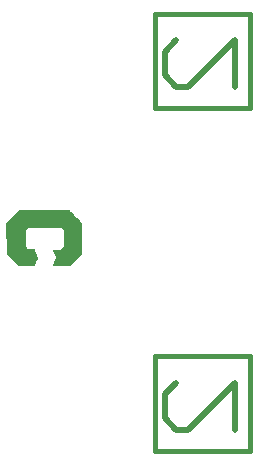
<source format=gbo>
G75*
G70*
%OFA0B0*%
%FSLAX24Y24*%
%IPPOS*%
%LPD*%
%AMOC8*
5,1,8,0,0,1.08239X$1,22.5*
%
%ADD10C,0.0200*%
%ADD11C,0.0160*%
%ADD12C,0.0020*%
D10*
X029402Y002020D02*
X029402Y002800D01*
X029793Y003191D01*
X030183Y001629D02*
X031744Y003191D01*
X031744Y001629D01*
X030183Y001629D02*
X029793Y001629D01*
X029402Y002020D01*
X029793Y013047D02*
X029402Y013437D01*
X029402Y014218D01*
X029793Y014608D01*
X030183Y013047D02*
X031744Y014608D01*
X031744Y013047D01*
X030183Y013047D02*
X029793Y013047D01*
D11*
X029089Y012346D02*
X032238Y012346D01*
X032238Y015495D01*
X029089Y015495D01*
X029089Y012346D01*
X029089Y004078D02*
X032238Y004078D01*
X032238Y000929D01*
X029089Y000929D01*
X029089Y004078D01*
D12*
X024541Y007098D02*
X024132Y007507D01*
X024128Y008519D01*
X024545Y008940D01*
X026214Y008936D01*
X026214Y008921D01*
X026608Y008527D01*
X026620Y007503D01*
X026218Y007102D01*
X025667Y007098D01*
X025793Y007366D01*
X025671Y007629D01*
X025931Y007629D01*
X026049Y007747D01*
X026045Y008299D01*
X025947Y008397D01*
X024837Y008397D01*
X024730Y008287D01*
X024730Y007740D01*
X024829Y007633D01*
X025029Y007637D01*
X025144Y007358D01*
X025029Y007098D01*
X024541Y007098D01*
X024535Y007104D02*
X025032Y007104D01*
X025040Y007123D02*
X024516Y007123D01*
X024498Y007141D02*
X025048Y007141D01*
X025056Y007159D02*
X024480Y007159D01*
X024462Y007177D02*
X025064Y007177D01*
X025072Y007195D02*
X024444Y007195D01*
X024425Y007214D02*
X025080Y007214D01*
X025088Y007232D02*
X024407Y007232D01*
X024389Y007250D02*
X025096Y007250D01*
X025104Y007268D02*
X024371Y007268D01*
X024352Y007287D02*
X025112Y007287D01*
X025120Y007305D02*
X024334Y007305D01*
X024316Y007323D02*
X025128Y007323D01*
X025136Y007341D02*
X024298Y007341D01*
X024280Y007360D02*
X025143Y007360D01*
X025135Y007378D02*
X024261Y007378D01*
X024243Y007396D02*
X025128Y007396D01*
X025121Y007414D02*
X024225Y007414D01*
X024207Y007432D02*
X025113Y007432D01*
X025106Y007451D02*
X024188Y007451D01*
X024170Y007469D02*
X025098Y007469D01*
X025091Y007487D02*
X024152Y007487D01*
X024134Y007505D02*
X025083Y007505D01*
X025076Y007524D02*
X024132Y007524D01*
X024132Y007542D02*
X025068Y007542D01*
X025061Y007560D02*
X024132Y007560D01*
X024131Y007578D02*
X025054Y007578D01*
X025046Y007596D02*
X024131Y007596D01*
X024131Y007615D02*
X025039Y007615D01*
X025031Y007633D02*
X024131Y007633D01*
X024131Y007651D02*
X024812Y007651D01*
X024795Y007669D02*
X024131Y007669D01*
X024131Y007688D02*
X024778Y007688D01*
X024761Y007706D02*
X024131Y007706D01*
X024131Y007724D02*
X024745Y007724D01*
X024730Y007742D02*
X024131Y007742D01*
X024131Y007761D02*
X024730Y007761D01*
X024730Y007779D02*
X024131Y007779D01*
X024131Y007797D02*
X024730Y007797D01*
X024730Y007815D02*
X024131Y007815D01*
X024131Y007833D02*
X024730Y007833D01*
X024730Y007852D02*
X024130Y007852D01*
X024130Y007870D02*
X024730Y007870D01*
X024730Y007888D02*
X024130Y007888D01*
X024130Y007906D02*
X024730Y007906D01*
X024730Y007925D02*
X024130Y007925D01*
X024130Y007943D02*
X024730Y007943D01*
X024730Y007961D02*
X024130Y007961D01*
X024130Y007979D02*
X024730Y007979D01*
X024730Y007998D02*
X024130Y007998D01*
X024130Y008016D02*
X024730Y008016D01*
X024730Y008034D02*
X024130Y008034D01*
X024130Y008052D02*
X024730Y008052D01*
X024730Y008070D02*
X024130Y008070D01*
X024130Y008089D02*
X024730Y008089D01*
X024730Y008107D02*
X024129Y008107D01*
X024129Y008125D02*
X024730Y008125D01*
X024730Y008143D02*
X024129Y008143D01*
X024129Y008162D02*
X024730Y008162D01*
X024730Y008180D02*
X024129Y008180D01*
X024129Y008198D02*
X024730Y008198D01*
X024730Y008216D02*
X024129Y008216D01*
X024129Y008234D02*
X024730Y008234D01*
X024730Y008253D02*
X024129Y008253D01*
X024129Y008271D02*
X024730Y008271D01*
X024733Y008289D02*
X024129Y008289D01*
X024129Y008307D02*
X024750Y008307D01*
X024768Y008326D02*
X024129Y008326D01*
X024129Y008344D02*
X024785Y008344D01*
X024803Y008362D02*
X024128Y008362D01*
X024128Y008380D02*
X024820Y008380D01*
X024406Y008800D02*
X026336Y008800D01*
X026317Y008818D02*
X024424Y008818D01*
X024442Y008836D02*
X026299Y008836D01*
X026281Y008854D02*
X024460Y008854D01*
X024478Y008872D02*
X026263Y008872D01*
X026244Y008891D02*
X024496Y008891D01*
X024514Y008909D02*
X026226Y008909D01*
X026214Y008927D02*
X024532Y008927D01*
X024388Y008781D02*
X026354Y008781D01*
X026372Y008763D02*
X024370Y008763D01*
X024352Y008745D02*
X026390Y008745D01*
X026408Y008727D02*
X024334Y008727D01*
X024316Y008708D02*
X026427Y008708D01*
X026445Y008690D02*
X024297Y008690D01*
X024279Y008672D02*
X026463Y008672D01*
X026481Y008654D02*
X024261Y008654D01*
X024243Y008636D02*
X026500Y008636D01*
X026518Y008617D02*
X024225Y008617D01*
X024207Y008599D02*
X026536Y008599D01*
X026554Y008581D02*
X024189Y008581D01*
X024171Y008563D02*
X026573Y008563D01*
X026591Y008544D02*
X024153Y008544D01*
X024135Y008526D02*
X026608Y008526D01*
X026608Y008508D02*
X024128Y008508D01*
X024128Y008490D02*
X026609Y008490D01*
X026609Y008471D02*
X024128Y008471D01*
X024128Y008453D02*
X026609Y008453D01*
X026609Y008435D02*
X024128Y008435D01*
X024128Y008417D02*
X026609Y008417D01*
X026610Y008399D02*
X024128Y008399D01*
X025678Y007615D02*
X026619Y007615D01*
X026619Y007633D02*
X025935Y007633D01*
X025953Y007651D02*
X026618Y007651D01*
X026618Y007669D02*
X025971Y007669D01*
X025989Y007688D02*
X026618Y007688D01*
X026618Y007706D02*
X026008Y007706D01*
X026026Y007724D02*
X026617Y007724D01*
X026617Y007742D02*
X026044Y007742D01*
X026049Y007761D02*
X026617Y007761D01*
X026617Y007779D02*
X026049Y007779D01*
X026049Y007797D02*
X026617Y007797D01*
X026616Y007815D02*
X026049Y007815D01*
X026049Y007833D02*
X026616Y007833D01*
X026616Y007852D02*
X026048Y007852D01*
X026048Y007870D02*
X026616Y007870D01*
X026616Y007888D02*
X026048Y007888D01*
X026048Y007906D02*
X026615Y007906D01*
X026615Y007925D02*
X026048Y007925D01*
X026048Y007943D02*
X026615Y007943D01*
X026615Y007961D02*
X026048Y007961D01*
X026047Y007979D02*
X026615Y007979D01*
X026614Y007998D02*
X026047Y007998D01*
X026047Y008016D02*
X026614Y008016D01*
X026614Y008034D02*
X026047Y008034D01*
X026047Y008052D02*
X026614Y008052D01*
X026613Y008070D02*
X026047Y008070D01*
X026047Y008089D02*
X026613Y008089D01*
X026613Y008107D02*
X026047Y008107D01*
X026046Y008125D02*
X026613Y008125D01*
X026613Y008143D02*
X026046Y008143D01*
X026046Y008162D02*
X026612Y008162D01*
X026612Y008180D02*
X026046Y008180D01*
X026046Y008198D02*
X026612Y008198D01*
X026612Y008216D02*
X026046Y008216D01*
X026046Y008234D02*
X026612Y008234D01*
X026611Y008253D02*
X026046Y008253D01*
X026045Y008271D02*
X026611Y008271D01*
X026611Y008289D02*
X026045Y008289D01*
X026036Y008307D02*
X026611Y008307D01*
X026611Y008326D02*
X026018Y008326D01*
X026000Y008344D02*
X026610Y008344D01*
X026610Y008362D02*
X025982Y008362D01*
X025963Y008380D02*
X026610Y008380D01*
X026619Y007596D02*
X025686Y007596D01*
X025695Y007578D02*
X026619Y007578D01*
X026619Y007560D02*
X025703Y007560D01*
X025712Y007542D02*
X026620Y007542D01*
X026620Y007524D02*
X025720Y007524D01*
X025729Y007505D02*
X026620Y007505D01*
X026604Y007487D02*
X025737Y007487D01*
X025745Y007469D02*
X026586Y007469D01*
X026567Y007451D02*
X025754Y007451D01*
X025762Y007432D02*
X026549Y007432D01*
X026531Y007414D02*
X025771Y007414D01*
X025779Y007396D02*
X026513Y007396D01*
X026494Y007378D02*
X025788Y007378D01*
X025790Y007360D02*
X026476Y007360D01*
X026458Y007341D02*
X025782Y007341D01*
X025773Y007323D02*
X026440Y007323D01*
X026422Y007305D02*
X025765Y007305D01*
X025756Y007287D02*
X026403Y007287D01*
X026385Y007268D02*
X025748Y007268D01*
X025739Y007250D02*
X026367Y007250D01*
X026349Y007232D02*
X025730Y007232D01*
X025722Y007214D02*
X026330Y007214D01*
X026312Y007195D02*
X025713Y007195D01*
X025705Y007177D02*
X026294Y007177D01*
X026276Y007159D02*
X025696Y007159D01*
X025687Y007141D02*
X026257Y007141D01*
X026239Y007123D02*
X025679Y007123D01*
X025670Y007104D02*
X026221Y007104D01*
M02*

</source>
